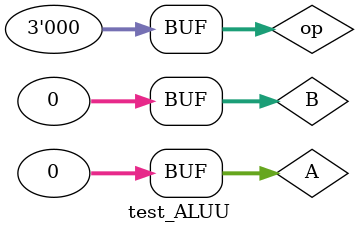
<source format=v>
`timescale 1ns / 1ps


module test_ALUU;

	// Inputs
	reg [31:0] A;
	reg [31:0] B;
	reg [2:0] op;

	// Outputs
	wire [31:0] C;
	wire zero;
	wire result1;

	// Instantiate the Unit Under Test (UUT)
	ALUSCPU uut (
		.A(A), 
		.B(B), 
		.op(op), 
		.C(C), 
		.zero(zero), 
		.result1(result1)
	);

	initial begin
		// Initialize Inputs
		A = 0;
		B = 0;
		op = 0;

		// Wait 100 ns for global reset to finish
		#100;
        
		// Add stimulus here

	end
      
endmodule


</source>
